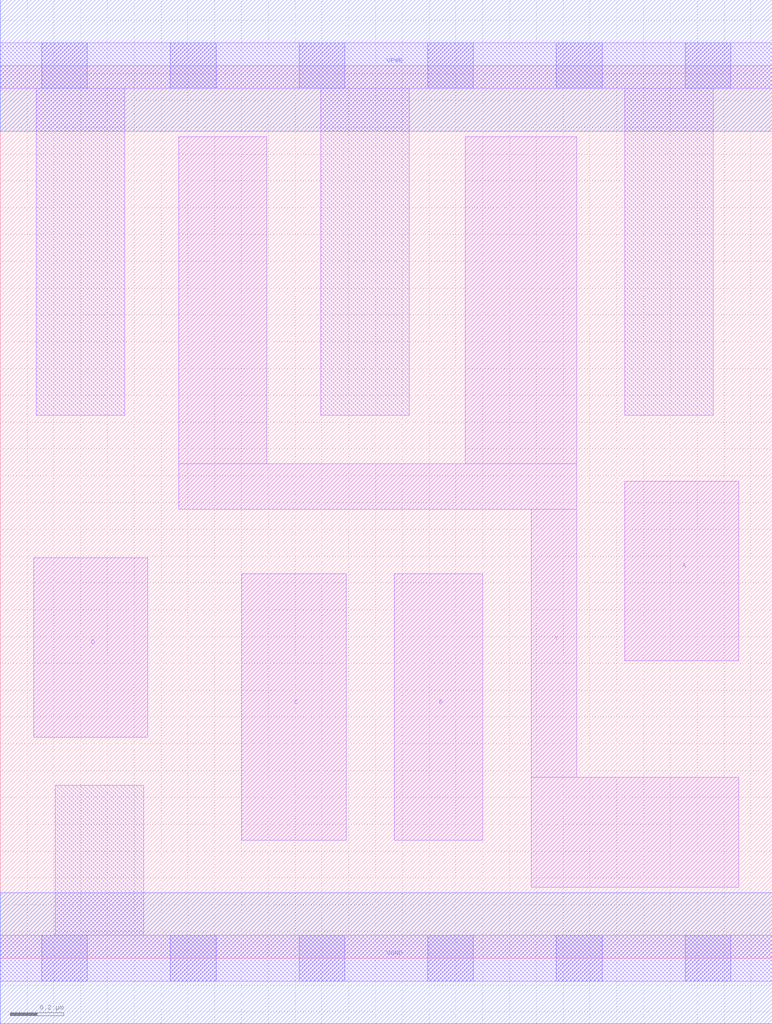
<source format=lef>
# Copyright 2020 The SkyWater PDK Authors
#
# Licensed under the Apache License, Version 2.0 (the "License");
# you may not use this file except in compliance with the License.
# You may obtain a copy of the License at
#
#     https://www.apache.org/licenses/LICENSE-2.0
#
# Unless required by applicable law or agreed to in writing, software
# distributed under the License is distributed on an "AS IS" BASIS,
# WITHOUT WARRANTIES OR CONDITIONS OF ANY KIND, either express or implied.
# See the License for the specific language governing permissions and
# limitations under the License.
#
# SPDX-License-Identifier: Apache-2.0

VERSION 5.7 ;
  NAMESCASESENSITIVE ON ;
  NOWIREEXTENSIONATPIN ON ;
  DIVIDERCHAR "/" ;
  BUSBITCHARS "[]" ;
UNITS
  DATABASE MICRONS 200 ;
END UNITS
MACRO sky130_fd_sc_lp__nand4_lp
  CLASS CORE ;
  SOURCE USER ;
  FOREIGN sky130_fd_sc_lp__nand4_lp ;
  ORIGIN  0.000000  0.000000 ;
  SIZE  2.880000 BY  3.330000 ;
  SYMMETRY X Y R90 ;
  SITE unit ;
  PIN A
    ANTENNAGATEAREA  0.313000 ;
    DIRECTION INPUT ;
    USE SIGNAL ;
    PORT
      LAYER li1 ;
        RECT 2.330000 1.110000 2.755000 1.780000 ;
    END
  END A
  PIN B
    ANTENNAGATEAREA  0.313000 ;
    DIRECTION INPUT ;
    USE SIGNAL ;
    PORT
      LAYER li1 ;
        RECT 1.470000 0.440000 1.800000 1.435000 ;
    END
  END B
  PIN C
    ANTENNAGATEAREA  0.313000 ;
    DIRECTION INPUT ;
    USE SIGNAL ;
    PORT
      LAYER li1 ;
        RECT 0.900000 0.440000 1.290000 1.435000 ;
    END
  END C
  PIN D
    ANTENNAGATEAREA  0.313000 ;
    DIRECTION INPUT ;
    USE SIGNAL ;
    PORT
      LAYER li1 ;
        RECT 0.125000 0.825000 0.550000 1.495000 ;
    END
  END D
  PIN Y
    ANTENNADIFFAREA  0.679700 ;
    DIRECTION OUTPUT ;
    USE SIGNAL ;
    PORT
      LAYER li1 ;
        RECT 0.665000 1.675000 2.150000 1.845000 ;
        RECT 0.665000 1.845000 0.995000 3.065000 ;
        RECT 1.735000 1.845000 2.150000 3.065000 ;
        RECT 1.980000 0.265000 2.755000 0.675000 ;
        RECT 1.980000 0.675000 2.150000 1.675000 ;
    END
  END Y
  PIN VGND
    DIRECTION INOUT ;
    USE GROUND ;
    PORT
      LAYER met1 ;
        RECT 0.000000 -0.245000 2.880000 0.245000 ;
    END
  END VGND
  PIN VPWR
    DIRECTION INOUT ;
    USE POWER ;
    PORT
      LAYER met1 ;
        RECT 0.000000 3.085000 2.880000 3.575000 ;
    END
  END VPWR
  OBS
    LAYER li1 ;
      RECT 0.000000 -0.085000 2.880000 0.085000 ;
      RECT 0.000000  3.245000 2.880000 3.415000 ;
      RECT 0.135000  2.025000 0.465000 3.245000 ;
      RECT 0.205000  0.085000 0.535000 0.645000 ;
      RECT 1.195000  2.025000 1.525000 3.245000 ;
      RECT 2.330000  2.025000 2.660000 3.245000 ;
    LAYER mcon ;
      RECT 0.155000 -0.085000 0.325000 0.085000 ;
      RECT 0.155000  3.245000 0.325000 3.415000 ;
      RECT 0.635000 -0.085000 0.805000 0.085000 ;
      RECT 0.635000  3.245000 0.805000 3.415000 ;
      RECT 1.115000 -0.085000 1.285000 0.085000 ;
      RECT 1.115000  3.245000 1.285000 3.415000 ;
      RECT 1.595000 -0.085000 1.765000 0.085000 ;
      RECT 1.595000  3.245000 1.765000 3.415000 ;
      RECT 2.075000 -0.085000 2.245000 0.085000 ;
      RECT 2.075000  3.245000 2.245000 3.415000 ;
      RECT 2.555000 -0.085000 2.725000 0.085000 ;
      RECT 2.555000  3.245000 2.725000 3.415000 ;
  END
END sky130_fd_sc_lp__nand4_lp

</source>
